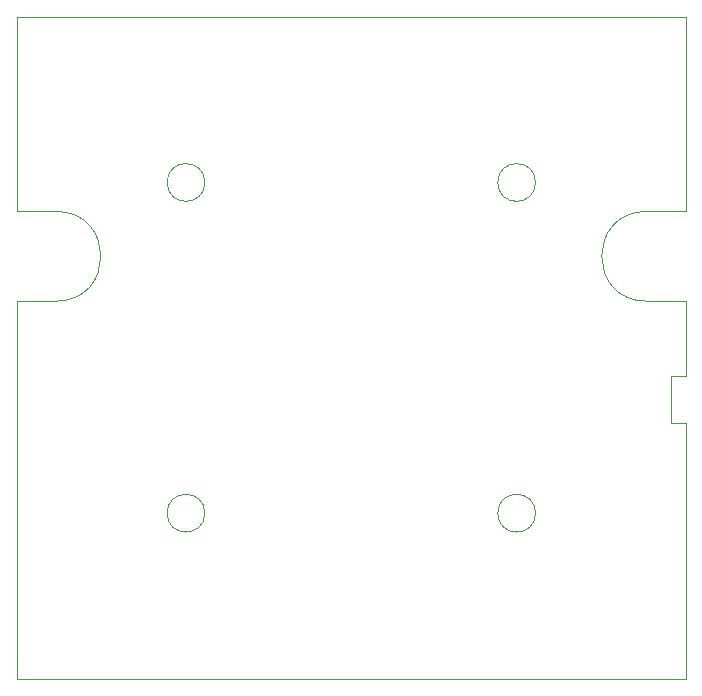
<source format=gbr>
G04 #@! TF.GenerationSoftware,KiCad,Pcbnew,(5.1.0)-1*
G04 #@! TF.CreationDate,2021-05-27T14:19:51-05:00*
G04 #@! TF.ProjectId,2014 Mazda CX-5 Head Unit Adapter,32303134-204d-4617-9a64-612043582d35,rev?*
G04 #@! TF.SameCoordinates,Original*
G04 #@! TF.FileFunction,Profile,NP*
%FSLAX46Y46*%
G04 Gerber Fmt 4.6, Leading zero omitted, Abs format (unit mm)*
G04 Created by KiCad (PCBNEW (5.1.0)-1) date 2021-05-27 14:19:51*
%MOMM*%
%LPD*%
G04 APERTURE LIST*
%ADD10C,0.050000*%
%ADD11C,0.000100*%
G04 APERTURE END LIST*
D10*
X206600000Y-138400000D02*
X206600000Y-156100000D01*
X206600000Y-126400000D02*
X206600000Y-124100000D01*
X150000000Y-124100000D02*
X153300000Y-124100000D01*
X150000000Y-124100000D02*
X150000000Y-156100000D01*
X150000000Y-116500000D02*
X153300000Y-116500000D01*
X150000000Y-100000000D02*
X150000000Y-116500000D01*
X206600000Y-100000000D02*
X206600000Y-116500000D01*
X203300000Y-124100000D02*
X206600000Y-124100000D01*
X203300000Y-116500000D02*
X206600000Y-116500000D01*
X153300000Y-116500000D02*
G75*
G02X153300000Y-124100000I0J-3800000D01*
G01*
X203300000Y-116500000D02*
G75*
G03X203300000Y-124100000I0J-3800000D01*
G01*
X193900000Y-142050000D02*
G75*
G03X193900000Y-142050000I-1600000J0D01*
G01*
X165900000Y-142050000D02*
G75*
G03X165900000Y-142050000I-1600000J0D01*
G01*
X165900000Y-114050000D02*
G75*
G03X165900000Y-114050000I-1600000J0D01*
G01*
X193900000Y-114050000D02*
G75*
G03X193900000Y-114050000I-1600000J0D01*
G01*
X206600000Y-156100000D02*
X150000000Y-156100000D01*
X150000000Y-100000000D02*
X206600000Y-100000000D01*
D11*
X206600000Y-130400000D02*
X206600000Y-126400000D01*
X205400000Y-130400000D02*
X206600000Y-130400000D01*
X205400000Y-134400000D02*
X205400000Y-130400000D01*
X206600000Y-134400000D02*
X205400000Y-134400000D01*
X206600000Y-138400000D02*
X206600000Y-134400000D01*
M02*

</source>
